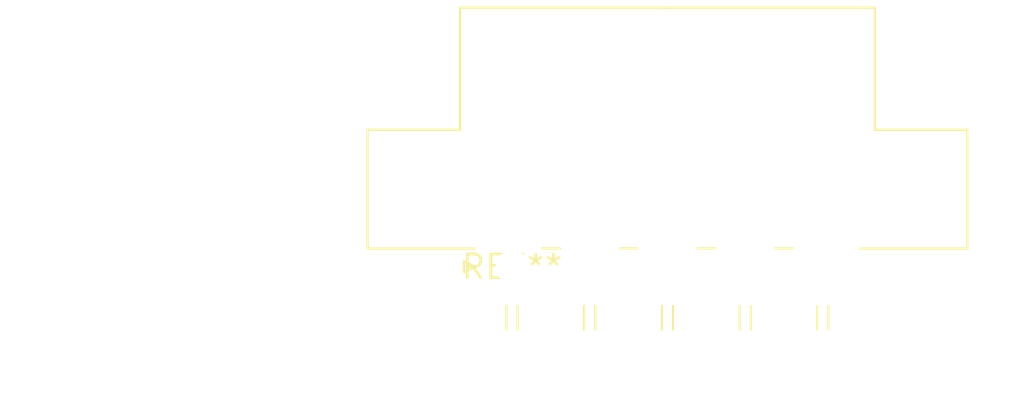
<source format=kicad_pcb>
(kicad_pcb (version 20240108) (generator pcbnew)
  (layers (0 "F.Cu" signal) (31 "B.Cu" signal) (34 "B.Paste" user) (35 "F.Paste" user) (36 "B.SilkS" user "B.Silkscreen") (37 "F.SilkS" user "F.Silkscreen") (38 "B.Mask" user) (39 "F.Mask" user) (44 "Edge.Cuts" user))
  (net 0 "")
  (footprint "Molex_Mini-Fit_Jr_5569-10A1_2x05_P4.20mm_Horizontal" (layer "F.Cu") (at 0 0)
    (property "Reference" "REF**")
    (property "Value" "Molex_Mini-Fit_Jr_5569-10A1_2x05_P4.20mm_Horizontal")
    (fp_line (start -7.81 -7.41) (end -7.81 -0.99) (layer "F.SilkS") (stroke (width 0.12)))
    (fp_line (start -7.81 -0.99) (end -2 -0.99) (layer "F.SilkS") (stroke (width 0.12)))
    (fp_line (start -2.81 -14.01) (end -2.81 -7.41) (layer "F.SilkS") (stroke (width 0.12)))
    (fp_line (start -2.81 -7.41) (end -7.81 -7.41) (layer "F.SilkS") (stroke (width 0.12)))
    (fp_line (start -2.6 -0.3) (end -2 0) (layer "F.SilkS") (stroke (width 0.12)))
    (fp_line (start -2.6 0.3) (end -2.6 -0.3) (layer "F.SilkS") (stroke (width 0.12)))
    (fp_line (start -2 0) (end -2.6 0.3) (layer "F.SilkS") (stroke (width 0.12)))
    (fp_line (start -0.3 2.11) (end -0.3 3.39) (layer "F.SilkS") (stroke (width 0.12)))
    (fp_line (start 0.3 2.11) (end 0.3 3.39) (layer "F.SilkS") (stroke (width 0.12)))
    (fp_line (start 1.61 -1) (end 2.59 -1) (layer "F.SilkS") (stroke (width 0.12)))
    (fp_line (start 3.9 2.11) (end 3.9 3.39) (layer "F.SilkS") (stroke (width 0.12)))
    (fp_line (start 4.5 2.11) (end 4.5 3.39) (layer "F.SilkS") (stroke (width 0.12)))
    (fp_line (start 5.81 -1) (end 6.79 -1) (layer "F.SilkS") (stroke (width 0.12)))
    (fp_line (start 8.1 2.11) (end 8.1 3.39) (layer "F.SilkS") (stroke (width 0.12)))
    (fp_line (start 8.4 -14.01) (end -2.81 -14.01) (layer "F.SilkS") (stroke (width 0.12)))
    (fp_line (start 8.4 -14.01) (end 19.61 -14.01) (layer "F.SilkS") (stroke (width 0.12)))
    (fp_line (start 8.7 2.11) (end 8.7 3.39) (layer "F.SilkS") (stroke (width 0.12)))
    (fp_line (start 10.01 -1) (end 10.99 -1) (layer "F.SilkS") (stroke (width 0.12)))
    (fp_line (start 12.3 2.11) (end 12.3 3.39) (layer "F.SilkS") (stroke (width 0.12)))
    (fp_line (start 12.9 2.11) (end 12.9 3.39) (layer "F.SilkS") (stroke (width 0.12)))
    (fp_line (start 14.21 -1) (end 15.19 -1) (layer "F.SilkS") (stroke (width 0.12)))
    (fp_line (start 16.5 2.11) (end 16.5 3.39) (layer "F.SilkS") (stroke (width 0.12)))
    (fp_line (start 17.1 2.11) (end 17.1 3.39) (layer "F.SilkS") (stroke (width 0.12)))
    (fp_line (start 19.61 -14.01) (end 19.61 -7.41) (layer "F.SilkS") (stroke (width 0.12)))
    (fp_line (start 19.61 -7.41) (end 24.61 -7.41) (layer "F.SilkS") (stroke (width 0.12)))
    (fp_line (start 24.61 -7.41) (end 24.61 -0.99) (layer "F.SilkS") (stroke (width 0.12)))
    (fp_line (start 24.61 -0.99) (end 18.8 -0.99) (layer "F.SilkS") (stroke (width 0.12)))
    (pad "" np_thru_hole circle (at -4.5 -4.2) (size 3.2 3.2) (drill 3.2) (layers *.Cu *.Mask))
    (pad "" np_thru_hole circle (at 21.3 -4.2) (size 3.2 3.2) (drill 3.2) (layers *.Cu *.Mask))
    (pad "1" thru_hole roundrect (at 0 0) (size 2.7 3.7) (drill 1.8) (layers *.Cu *.Mask) (remove_unused_layers) (roundrect_rratio 0.092593))
    (pad "2" thru_hole oval (at 4.2 0) (size 2.7 3.7) (drill 1.8) (layers *.Cu *.Mask) (remove_unused_layers))
    (pad "3" thru_hole oval (at 8.4 0) (size 2.7 3.7) (drill 1.8) (layers *.Cu *.Mask) (remove_unused_layers))
    (pad "4" thru_hole oval (at 12.6 0) (size 2.7 3.7) (drill 1.8) (layers *.Cu *.Mask) (remove_unused_layers))
    (pad "5" thru_hole oval (at 16.8 0) (size 2.7 3.7) (drill 1.8) (layers *.Cu *.Mask) (remove_unused_layers))
    (pad "6" thru_hole oval (at 0 5.5) (size 2.7 3.7) (drill 1.8) (layers *.Cu *.Mask) (remove_unused_layers))
    (pad "7" thru_hole oval (at 4.2 5.5) (size 2.7 3.7) (drill 1.8) (layers *.Cu *.Mask) (remove_unused_layers))
    (pad "8" thru_hole oval (at 8.4 5.5) (size 2.7 3.7) (drill 1.8) (layers *.Cu *.Mask) (remove_unused_layers))
    (pad "9" thru_hole oval (at 12.6 5.5) (size 2.7 3.7) (drill 1.8) (layers *.Cu *.Mask) (remove_unused_layers))
    (pad "10" thru_hole oval (at 16.8 5.5) (size 2.7 3.7) (drill 1.8) (layers *.Cu *.Mask) (remove_unused_layers))
  )
)
</source>
